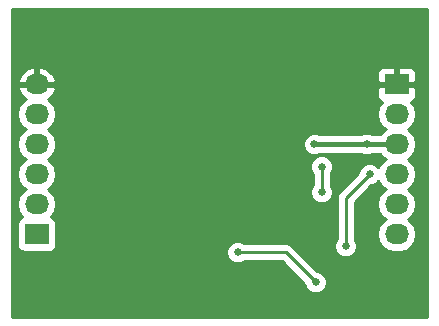
<source format=gbr>
G04 #@! TF.FileFunction,Copper,L2,Bot,Signal*
%FSLAX46Y46*%
G04 Gerber Fmt 4.6, Leading zero omitted, Abs format (unit mm)*
G04 Created by KiCad (PCBNEW 4.0.2-stable) date Sunday, 27 May 2018 'pmt' 21:04:44*
%MOMM*%
G01*
G04 APERTURE LIST*
%ADD10C,0.100000*%
%ADD11R,2.032000X1.727200*%
%ADD12O,2.032000X1.727200*%
%ADD13C,0.635000*%
%ADD14C,0.381000*%
%ADD15C,0.254000*%
G04 APERTURE END LIST*
D10*
D11*
X153670000Y-111760000D03*
D12*
X153670000Y-109220000D03*
X153670000Y-106680000D03*
X153670000Y-104140000D03*
X153670000Y-101600000D03*
X153670000Y-99060000D03*
D11*
X184150000Y-99060000D03*
D12*
X184150000Y-101600000D03*
X184150000Y-104140000D03*
X184150000Y-106680000D03*
X184150000Y-109220000D03*
X184150000Y-111760000D03*
D13*
X181864000Y-94488000D03*
X163068000Y-114300000D03*
X167005000Y-97790000D03*
X179705000Y-100330000D03*
X165100000Y-101600000D03*
X168910000Y-109220000D03*
X181610000Y-104140000D03*
X177165000Y-104140000D03*
X177800000Y-106045000D03*
X177800000Y-108204000D03*
X181864000Y-106680000D03*
X179832000Y-112776000D03*
X170688000Y-113284000D03*
X177292000Y-115824000D03*
D14*
X184150000Y-104140000D02*
X181610000Y-104140000D01*
X177165000Y-104140000D02*
X181610000Y-104140000D01*
D15*
X177800000Y-108204000D02*
X177800000Y-106045000D01*
X179832000Y-112776000D02*
X179832000Y-108712000D01*
X179832000Y-108712000D02*
X181864000Y-106680000D01*
X177292000Y-115824000D02*
X174752000Y-113284000D01*
X174752000Y-113284000D02*
X170688000Y-113284000D01*
G36*
X186742000Y-118745000D02*
X151586000Y-118745000D01*
X151586000Y-113472633D01*
X169735335Y-113472633D01*
X169880039Y-113822843D01*
X170147747Y-114091020D01*
X170497705Y-114236335D01*
X170876633Y-114236665D01*
X171226843Y-114091961D01*
X171272885Y-114046000D01*
X174436370Y-114046000D01*
X176339390Y-115949021D01*
X176339335Y-116012633D01*
X176484039Y-116362843D01*
X176751747Y-116631020D01*
X177101705Y-116776335D01*
X177480633Y-116776665D01*
X177830843Y-116631961D01*
X178099020Y-116364253D01*
X178244335Y-116014295D01*
X178244665Y-115635367D01*
X178099961Y-115285157D01*
X177832253Y-115016980D01*
X177482295Y-114871665D01*
X177417239Y-114871608D01*
X175290815Y-112745185D01*
X175288663Y-112743747D01*
X175043605Y-112580004D01*
X174752000Y-112522000D01*
X171273194Y-112522000D01*
X171228253Y-112476980D01*
X170878295Y-112331665D01*
X170499367Y-112331335D01*
X170149157Y-112476039D01*
X169880980Y-112743747D01*
X169735665Y-113093705D01*
X169735335Y-113472633D01*
X151586000Y-113472633D01*
X151586000Y-101600000D01*
X151986655Y-101600000D01*
X152100729Y-102173489D01*
X152425585Y-102659670D01*
X152740366Y-102870000D01*
X152425585Y-103080330D01*
X152100729Y-103566511D01*
X151986655Y-104140000D01*
X152100729Y-104713489D01*
X152425585Y-105199670D01*
X152740366Y-105410000D01*
X152425585Y-105620330D01*
X152100729Y-106106511D01*
X151986655Y-106680000D01*
X152100729Y-107253489D01*
X152425585Y-107739670D01*
X152740366Y-107950000D01*
X152425585Y-108160330D01*
X152100729Y-108646511D01*
X151986655Y-109220000D01*
X152100729Y-109793489D01*
X152425585Y-110279670D01*
X152439913Y-110289243D01*
X152418683Y-110293238D01*
X152202559Y-110432310D01*
X152057569Y-110644510D01*
X152006560Y-110896400D01*
X152006560Y-112623600D01*
X152050838Y-112858917D01*
X152189910Y-113075041D01*
X152402110Y-113220031D01*
X152654000Y-113271040D01*
X154686000Y-113271040D01*
X154921317Y-113226762D01*
X155137441Y-113087690D01*
X155282431Y-112875490D01*
X155333440Y-112623600D01*
X155333440Y-110896400D01*
X155289162Y-110661083D01*
X155150090Y-110444959D01*
X154937890Y-110299969D01*
X154896561Y-110291600D01*
X154914415Y-110279670D01*
X155239271Y-109793489D01*
X155353345Y-109220000D01*
X155239271Y-108646511D01*
X154914415Y-108160330D01*
X154599634Y-107950000D01*
X154914415Y-107739670D01*
X155239271Y-107253489D01*
X155353345Y-106680000D01*
X155264558Y-106233633D01*
X176847335Y-106233633D01*
X176992039Y-106583843D01*
X177038000Y-106629885D01*
X177038000Y-107618806D01*
X176992980Y-107663747D01*
X176847665Y-108013705D01*
X176847335Y-108392633D01*
X176992039Y-108742843D01*
X177259747Y-109011020D01*
X177609705Y-109156335D01*
X177988633Y-109156665D01*
X178338843Y-109011961D01*
X178607020Y-108744253D01*
X178752335Y-108394295D01*
X178752665Y-108015367D01*
X178607961Y-107665157D01*
X178562000Y-107619115D01*
X178562000Y-106630194D01*
X178607020Y-106585253D01*
X178752335Y-106235295D01*
X178752665Y-105856367D01*
X178607961Y-105506157D01*
X178340253Y-105237980D01*
X177990295Y-105092665D01*
X177611367Y-105092335D01*
X177261157Y-105237039D01*
X176992980Y-105504747D01*
X176847665Y-105854705D01*
X176847335Y-106233633D01*
X155264558Y-106233633D01*
X155239271Y-106106511D01*
X154914415Y-105620330D01*
X154599634Y-105410000D01*
X154914415Y-105199670D01*
X155239271Y-104713489D01*
X155315823Y-104328633D01*
X176212335Y-104328633D01*
X176357039Y-104678843D01*
X176624747Y-104947020D01*
X176974705Y-105092335D01*
X177353633Y-105092665D01*
X177661395Y-104965500D01*
X181114252Y-104965500D01*
X181419705Y-105092335D01*
X181798633Y-105092665D01*
X182106395Y-104965500D01*
X182749117Y-104965500D01*
X182905585Y-105199670D01*
X183220366Y-105410000D01*
X182905585Y-105620330D01*
X182603442Y-106072518D01*
X182404253Y-105872980D01*
X182054295Y-105727665D01*
X181675367Y-105727335D01*
X181325157Y-105872039D01*
X181056980Y-106139747D01*
X180911665Y-106489705D01*
X180911608Y-106554762D01*
X179293185Y-108173185D01*
X179128004Y-108420395D01*
X179070000Y-108712000D01*
X179070000Y-112190806D01*
X179024980Y-112235747D01*
X178879665Y-112585705D01*
X178879335Y-112964633D01*
X179024039Y-113314843D01*
X179291747Y-113583020D01*
X179641705Y-113728335D01*
X180020633Y-113728665D01*
X180370843Y-113583961D01*
X180639020Y-113316253D01*
X180784335Y-112966295D01*
X180784665Y-112587367D01*
X180639961Y-112237157D01*
X180594000Y-112191115D01*
X180594000Y-109027630D01*
X181989020Y-107632610D01*
X182052633Y-107632665D01*
X182402843Y-107487961D01*
X182603535Y-107287620D01*
X182905585Y-107739670D01*
X183220366Y-107950000D01*
X182905585Y-108160330D01*
X182580729Y-108646511D01*
X182466655Y-109220000D01*
X182580729Y-109793489D01*
X182905585Y-110279670D01*
X183220366Y-110490000D01*
X182905585Y-110700330D01*
X182580729Y-111186511D01*
X182466655Y-111760000D01*
X182580729Y-112333489D01*
X182905585Y-112819670D01*
X183391766Y-113144526D01*
X183965255Y-113258600D01*
X184334745Y-113258600D01*
X184908234Y-113144526D01*
X185394415Y-112819670D01*
X185719271Y-112333489D01*
X185833345Y-111760000D01*
X185719271Y-111186511D01*
X185394415Y-110700330D01*
X185079634Y-110490000D01*
X185394415Y-110279670D01*
X185719271Y-109793489D01*
X185833345Y-109220000D01*
X185719271Y-108646511D01*
X185394415Y-108160330D01*
X185079634Y-107950000D01*
X185394415Y-107739670D01*
X185719271Y-107253489D01*
X185833345Y-106680000D01*
X185719271Y-106106511D01*
X185394415Y-105620330D01*
X185079634Y-105410000D01*
X185394415Y-105199670D01*
X185719271Y-104713489D01*
X185833345Y-104140000D01*
X185719271Y-103566511D01*
X185394415Y-103080330D01*
X185079634Y-102870000D01*
X185394415Y-102659670D01*
X185719271Y-102173489D01*
X185833345Y-101600000D01*
X185719271Y-101026511D01*
X185394415Y-100540330D01*
X185372220Y-100525500D01*
X185525698Y-100461927D01*
X185704327Y-100283299D01*
X185801000Y-100049910D01*
X185801000Y-99345750D01*
X185642250Y-99187000D01*
X184277000Y-99187000D01*
X184277000Y-99207000D01*
X184023000Y-99207000D01*
X184023000Y-99187000D01*
X182657750Y-99187000D01*
X182499000Y-99345750D01*
X182499000Y-100049910D01*
X182595673Y-100283299D01*
X182774302Y-100461927D01*
X182927780Y-100525500D01*
X182905585Y-100540330D01*
X182580729Y-101026511D01*
X182466655Y-101600000D01*
X182580729Y-102173489D01*
X182905585Y-102659670D01*
X183220366Y-102870000D01*
X182905585Y-103080330D01*
X182749117Y-103314500D01*
X182105748Y-103314500D01*
X181800295Y-103187665D01*
X181421367Y-103187335D01*
X181113605Y-103314500D01*
X177660748Y-103314500D01*
X177355295Y-103187665D01*
X176976367Y-103187335D01*
X176626157Y-103332039D01*
X176357980Y-103599747D01*
X176212665Y-103949705D01*
X176212335Y-104328633D01*
X155315823Y-104328633D01*
X155353345Y-104140000D01*
X155239271Y-103566511D01*
X154914415Y-103080330D01*
X154599634Y-102870000D01*
X154914415Y-102659670D01*
X155239271Y-102173489D01*
X155353345Y-101600000D01*
X155239271Y-101026511D01*
X154914415Y-100540330D01*
X154604931Y-100333539D01*
X155020732Y-99962036D01*
X155274709Y-99434791D01*
X155277358Y-99419026D01*
X155156217Y-99187000D01*
X153797000Y-99187000D01*
X153797000Y-99207000D01*
X153543000Y-99207000D01*
X153543000Y-99187000D01*
X152183783Y-99187000D01*
X152062642Y-99419026D01*
X152065291Y-99434791D01*
X152319268Y-99962036D01*
X152735069Y-100333539D01*
X152425585Y-100540330D01*
X152100729Y-101026511D01*
X151986655Y-101600000D01*
X151586000Y-101600000D01*
X151586000Y-98700974D01*
X152062642Y-98700974D01*
X152183783Y-98933000D01*
X153543000Y-98933000D01*
X153543000Y-97719076D01*
X153797000Y-97719076D01*
X153797000Y-98933000D01*
X155156217Y-98933000D01*
X155277358Y-98700974D01*
X155274709Y-98685209D01*
X155020732Y-98157964D01*
X154922380Y-98070090D01*
X182499000Y-98070090D01*
X182499000Y-98774250D01*
X182657750Y-98933000D01*
X184023000Y-98933000D01*
X184023000Y-97720150D01*
X184277000Y-97720150D01*
X184277000Y-98933000D01*
X185642250Y-98933000D01*
X185801000Y-98774250D01*
X185801000Y-98070090D01*
X185704327Y-97836701D01*
X185525698Y-97658073D01*
X185292309Y-97561400D01*
X184435750Y-97561400D01*
X184277000Y-97720150D01*
X184023000Y-97720150D01*
X183864250Y-97561400D01*
X183007691Y-97561400D01*
X182774302Y-97658073D01*
X182595673Y-97836701D01*
X182499000Y-98070090D01*
X154922380Y-98070090D01*
X154584320Y-97768046D01*
X154031913Y-97574816D01*
X153797000Y-97719076D01*
X153543000Y-97719076D01*
X153308087Y-97574816D01*
X152755680Y-97768046D01*
X152319268Y-98157964D01*
X152065291Y-98685209D01*
X152062642Y-98700974D01*
X151586000Y-98700974D01*
X151586000Y-92658000D01*
X186742000Y-92658000D01*
X186742000Y-118745000D01*
X186742000Y-118745000D01*
G37*
X186742000Y-118745000D02*
X151586000Y-118745000D01*
X151586000Y-113472633D01*
X169735335Y-113472633D01*
X169880039Y-113822843D01*
X170147747Y-114091020D01*
X170497705Y-114236335D01*
X170876633Y-114236665D01*
X171226843Y-114091961D01*
X171272885Y-114046000D01*
X174436370Y-114046000D01*
X176339390Y-115949021D01*
X176339335Y-116012633D01*
X176484039Y-116362843D01*
X176751747Y-116631020D01*
X177101705Y-116776335D01*
X177480633Y-116776665D01*
X177830843Y-116631961D01*
X178099020Y-116364253D01*
X178244335Y-116014295D01*
X178244665Y-115635367D01*
X178099961Y-115285157D01*
X177832253Y-115016980D01*
X177482295Y-114871665D01*
X177417239Y-114871608D01*
X175290815Y-112745185D01*
X175288663Y-112743747D01*
X175043605Y-112580004D01*
X174752000Y-112522000D01*
X171273194Y-112522000D01*
X171228253Y-112476980D01*
X170878295Y-112331665D01*
X170499367Y-112331335D01*
X170149157Y-112476039D01*
X169880980Y-112743747D01*
X169735665Y-113093705D01*
X169735335Y-113472633D01*
X151586000Y-113472633D01*
X151586000Y-101600000D01*
X151986655Y-101600000D01*
X152100729Y-102173489D01*
X152425585Y-102659670D01*
X152740366Y-102870000D01*
X152425585Y-103080330D01*
X152100729Y-103566511D01*
X151986655Y-104140000D01*
X152100729Y-104713489D01*
X152425585Y-105199670D01*
X152740366Y-105410000D01*
X152425585Y-105620330D01*
X152100729Y-106106511D01*
X151986655Y-106680000D01*
X152100729Y-107253489D01*
X152425585Y-107739670D01*
X152740366Y-107950000D01*
X152425585Y-108160330D01*
X152100729Y-108646511D01*
X151986655Y-109220000D01*
X152100729Y-109793489D01*
X152425585Y-110279670D01*
X152439913Y-110289243D01*
X152418683Y-110293238D01*
X152202559Y-110432310D01*
X152057569Y-110644510D01*
X152006560Y-110896400D01*
X152006560Y-112623600D01*
X152050838Y-112858917D01*
X152189910Y-113075041D01*
X152402110Y-113220031D01*
X152654000Y-113271040D01*
X154686000Y-113271040D01*
X154921317Y-113226762D01*
X155137441Y-113087690D01*
X155282431Y-112875490D01*
X155333440Y-112623600D01*
X155333440Y-110896400D01*
X155289162Y-110661083D01*
X155150090Y-110444959D01*
X154937890Y-110299969D01*
X154896561Y-110291600D01*
X154914415Y-110279670D01*
X155239271Y-109793489D01*
X155353345Y-109220000D01*
X155239271Y-108646511D01*
X154914415Y-108160330D01*
X154599634Y-107950000D01*
X154914415Y-107739670D01*
X155239271Y-107253489D01*
X155353345Y-106680000D01*
X155264558Y-106233633D01*
X176847335Y-106233633D01*
X176992039Y-106583843D01*
X177038000Y-106629885D01*
X177038000Y-107618806D01*
X176992980Y-107663747D01*
X176847665Y-108013705D01*
X176847335Y-108392633D01*
X176992039Y-108742843D01*
X177259747Y-109011020D01*
X177609705Y-109156335D01*
X177988633Y-109156665D01*
X178338843Y-109011961D01*
X178607020Y-108744253D01*
X178752335Y-108394295D01*
X178752665Y-108015367D01*
X178607961Y-107665157D01*
X178562000Y-107619115D01*
X178562000Y-106630194D01*
X178607020Y-106585253D01*
X178752335Y-106235295D01*
X178752665Y-105856367D01*
X178607961Y-105506157D01*
X178340253Y-105237980D01*
X177990295Y-105092665D01*
X177611367Y-105092335D01*
X177261157Y-105237039D01*
X176992980Y-105504747D01*
X176847665Y-105854705D01*
X176847335Y-106233633D01*
X155264558Y-106233633D01*
X155239271Y-106106511D01*
X154914415Y-105620330D01*
X154599634Y-105410000D01*
X154914415Y-105199670D01*
X155239271Y-104713489D01*
X155315823Y-104328633D01*
X176212335Y-104328633D01*
X176357039Y-104678843D01*
X176624747Y-104947020D01*
X176974705Y-105092335D01*
X177353633Y-105092665D01*
X177661395Y-104965500D01*
X181114252Y-104965500D01*
X181419705Y-105092335D01*
X181798633Y-105092665D01*
X182106395Y-104965500D01*
X182749117Y-104965500D01*
X182905585Y-105199670D01*
X183220366Y-105410000D01*
X182905585Y-105620330D01*
X182603442Y-106072518D01*
X182404253Y-105872980D01*
X182054295Y-105727665D01*
X181675367Y-105727335D01*
X181325157Y-105872039D01*
X181056980Y-106139747D01*
X180911665Y-106489705D01*
X180911608Y-106554762D01*
X179293185Y-108173185D01*
X179128004Y-108420395D01*
X179070000Y-108712000D01*
X179070000Y-112190806D01*
X179024980Y-112235747D01*
X178879665Y-112585705D01*
X178879335Y-112964633D01*
X179024039Y-113314843D01*
X179291747Y-113583020D01*
X179641705Y-113728335D01*
X180020633Y-113728665D01*
X180370843Y-113583961D01*
X180639020Y-113316253D01*
X180784335Y-112966295D01*
X180784665Y-112587367D01*
X180639961Y-112237157D01*
X180594000Y-112191115D01*
X180594000Y-109027630D01*
X181989020Y-107632610D01*
X182052633Y-107632665D01*
X182402843Y-107487961D01*
X182603535Y-107287620D01*
X182905585Y-107739670D01*
X183220366Y-107950000D01*
X182905585Y-108160330D01*
X182580729Y-108646511D01*
X182466655Y-109220000D01*
X182580729Y-109793489D01*
X182905585Y-110279670D01*
X183220366Y-110490000D01*
X182905585Y-110700330D01*
X182580729Y-111186511D01*
X182466655Y-111760000D01*
X182580729Y-112333489D01*
X182905585Y-112819670D01*
X183391766Y-113144526D01*
X183965255Y-113258600D01*
X184334745Y-113258600D01*
X184908234Y-113144526D01*
X185394415Y-112819670D01*
X185719271Y-112333489D01*
X185833345Y-111760000D01*
X185719271Y-111186511D01*
X185394415Y-110700330D01*
X185079634Y-110490000D01*
X185394415Y-110279670D01*
X185719271Y-109793489D01*
X185833345Y-109220000D01*
X185719271Y-108646511D01*
X185394415Y-108160330D01*
X185079634Y-107950000D01*
X185394415Y-107739670D01*
X185719271Y-107253489D01*
X185833345Y-106680000D01*
X185719271Y-106106511D01*
X185394415Y-105620330D01*
X185079634Y-105410000D01*
X185394415Y-105199670D01*
X185719271Y-104713489D01*
X185833345Y-104140000D01*
X185719271Y-103566511D01*
X185394415Y-103080330D01*
X185079634Y-102870000D01*
X185394415Y-102659670D01*
X185719271Y-102173489D01*
X185833345Y-101600000D01*
X185719271Y-101026511D01*
X185394415Y-100540330D01*
X185372220Y-100525500D01*
X185525698Y-100461927D01*
X185704327Y-100283299D01*
X185801000Y-100049910D01*
X185801000Y-99345750D01*
X185642250Y-99187000D01*
X184277000Y-99187000D01*
X184277000Y-99207000D01*
X184023000Y-99207000D01*
X184023000Y-99187000D01*
X182657750Y-99187000D01*
X182499000Y-99345750D01*
X182499000Y-100049910D01*
X182595673Y-100283299D01*
X182774302Y-100461927D01*
X182927780Y-100525500D01*
X182905585Y-100540330D01*
X182580729Y-101026511D01*
X182466655Y-101600000D01*
X182580729Y-102173489D01*
X182905585Y-102659670D01*
X183220366Y-102870000D01*
X182905585Y-103080330D01*
X182749117Y-103314500D01*
X182105748Y-103314500D01*
X181800295Y-103187665D01*
X181421367Y-103187335D01*
X181113605Y-103314500D01*
X177660748Y-103314500D01*
X177355295Y-103187665D01*
X176976367Y-103187335D01*
X176626157Y-103332039D01*
X176357980Y-103599747D01*
X176212665Y-103949705D01*
X176212335Y-104328633D01*
X155315823Y-104328633D01*
X155353345Y-104140000D01*
X155239271Y-103566511D01*
X154914415Y-103080330D01*
X154599634Y-102870000D01*
X154914415Y-102659670D01*
X155239271Y-102173489D01*
X155353345Y-101600000D01*
X155239271Y-101026511D01*
X154914415Y-100540330D01*
X154604931Y-100333539D01*
X155020732Y-99962036D01*
X155274709Y-99434791D01*
X155277358Y-99419026D01*
X155156217Y-99187000D01*
X153797000Y-99187000D01*
X153797000Y-99207000D01*
X153543000Y-99207000D01*
X153543000Y-99187000D01*
X152183783Y-99187000D01*
X152062642Y-99419026D01*
X152065291Y-99434791D01*
X152319268Y-99962036D01*
X152735069Y-100333539D01*
X152425585Y-100540330D01*
X152100729Y-101026511D01*
X151986655Y-101600000D01*
X151586000Y-101600000D01*
X151586000Y-98700974D01*
X152062642Y-98700974D01*
X152183783Y-98933000D01*
X153543000Y-98933000D01*
X153543000Y-97719076D01*
X153797000Y-97719076D01*
X153797000Y-98933000D01*
X155156217Y-98933000D01*
X155277358Y-98700974D01*
X155274709Y-98685209D01*
X155020732Y-98157964D01*
X154922380Y-98070090D01*
X182499000Y-98070090D01*
X182499000Y-98774250D01*
X182657750Y-98933000D01*
X184023000Y-98933000D01*
X184023000Y-97720150D01*
X184277000Y-97720150D01*
X184277000Y-98933000D01*
X185642250Y-98933000D01*
X185801000Y-98774250D01*
X185801000Y-98070090D01*
X185704327Y-97836701D01*
X185525698Y-97658073D01*
X185292309Y-97561400D01*
X184435750Y-97561400D01*
X184277000Y-97720150D01*
X184023000Y-97720150D01*
X183864250Y-97561400D01*
X183007691Y-97561400D01*
X182774302Y-97658073D01*
X182595673Y-97836701D01*
X182499000Y-98070090D01*
X154922380Y-98070090D01*
X154584320Y-97768046D01*
X154031913Y-97574816D01*
X153797000Y-97719076D01*
X153543000Y-97719076D01*
X153308087Y-97574816D01*
X152755680Y-97768046D01*
X152319268Y-98157964D01*
X152065291Y-98685209D01*
X152062642Y-98700974D01*
X151586000Y-98700974D01*
X151586000Y-92658000D01*
X186742000Y-92658000D01*
X186742000Y-118745000D01*
M02*

</source>
